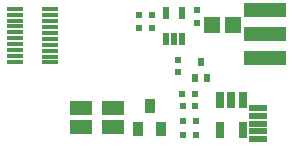
<source format=gbs>
G04 ================== begin FILE IDENTIFICATION RECORD ==================*
G04 Layout Name:  C:/USERS/MSAHADAT3/DROPBOX/GATECH/ETDS_PCB/allegro/ETDS_CHIP_AN.brd*
G04 Film Name:    SOLDERMASK_BOTTOM*
G04 File Format:  Gerber RS274X*
G04 File Origin:  Cadence Allegro 16.6-P004*
G04 Origin Date:  Thu Sep 11 12:01:08 2014*
G04 *
G04 Layer:  VIA CLASS/SOLDERMASK_BOTTOM*
G04 Layer:  PIN/SOLDERMASK_BOTTOM*
G04 Layer:  PACKAGE GEOMETRY/SOLDERMASK_BOTTOM*
G04 Layer:  BOARD GEOMETRY/SOLDERMASK_BOTTOM*
G04 *
G04 Offset:    (0.00 0.00)*
G04 Mirror:    No*
G04 Mode:      Positive*
G04 Rotation:  0*
G04 FullContactRelief:  No*
G04 UndefLineWidth:     5.00*
G04 ================== end FILE IDENTIFICATION RECORD ====================*
%FSLAX25Y25*MOIN*%
%IR0*IPPOS*OFA0.00000B0.00000*MIA0B0*SFA1.00000B1.00000*%
%ADD20R,.143X.045*%
%ADD17R,.02X.03*%
%ADD15R,.021X.041*%
%ADD13R,.024X.024*%
%ADD16R,.03X.054*%
%ADD14R,.024X.024*%
%ADD10R,.055X.015*%
%ADD12R,.036X.045*%
%ADD19R,.059X.023*%
%ADD11R,.072X.046*%
%ADD18R,.055X.055*%
%LPD*%
G75*
G54D10*
X760800Y1683645D03*
X772400Y1683445D03*
X760800Y1685614D03*
Y1687583D03*
Y1689552D03*
Y1691521D03*
Y1693490D03*
Y1695459D03*
Y1697428D03*
Y1699397D03*
X772400Y1685414D03*
Y1687383D03*
Y1689352D03*
Y1691321D03*
Y1693290D03*
Y1695259D03*
Y1697228D03*
Y1699197D03*
X760800Y1701366D03*
X772400Y1701166D03*
G54D11*
X782695Y1668417D03*
Y1661921D03*
X793325Y1668417D03*
Y1661921D03*
G54D20*
X843900Y1685104D03*
Y1692978D03*
Y1700852D03*
G54D12*
X801840Y1661162D03*
X805580Y1669036D03*
X809320Y1661162D03*
G54D13*
X801900Y1695100D03*
Y1699300D03*
X815200Y1684400D03*
Y1680200D03*
X806300Y1695100D03*
Y1699300D03*
X821400Y1696600D03*
Y1700800D03*
G54D14*
X816600Y1668800D03*
X816700Y1664000D03*
X816800Y1659400D03*
X816500Y1673100D03*
X820800Y1668800D03*
X820900Y1664000D03*
X821000Y1659400D03*
X820700Y1673100D03*
G54D15*
X816327Y1699900D03*
X811209D03*
Y1691300D03*
X813768D03*
X816327D03*
G54D16*
X829100Y1660800D03*
X832840Y1671100D03*
X829100D03*
X836580Y1660800D03*
Y1671100D03*
G54D17*
X822772Y1683512D03*
X820804Y1678394D03*
X824740D03*
G54D18*
X833400Y1696050D03*
X826350D03*
G54D19*
X841850Y1657920D03*
Y1660480D03*
Y1663040D03*
Y1665600D03*
Y1668160D03*
M02*

</source>
